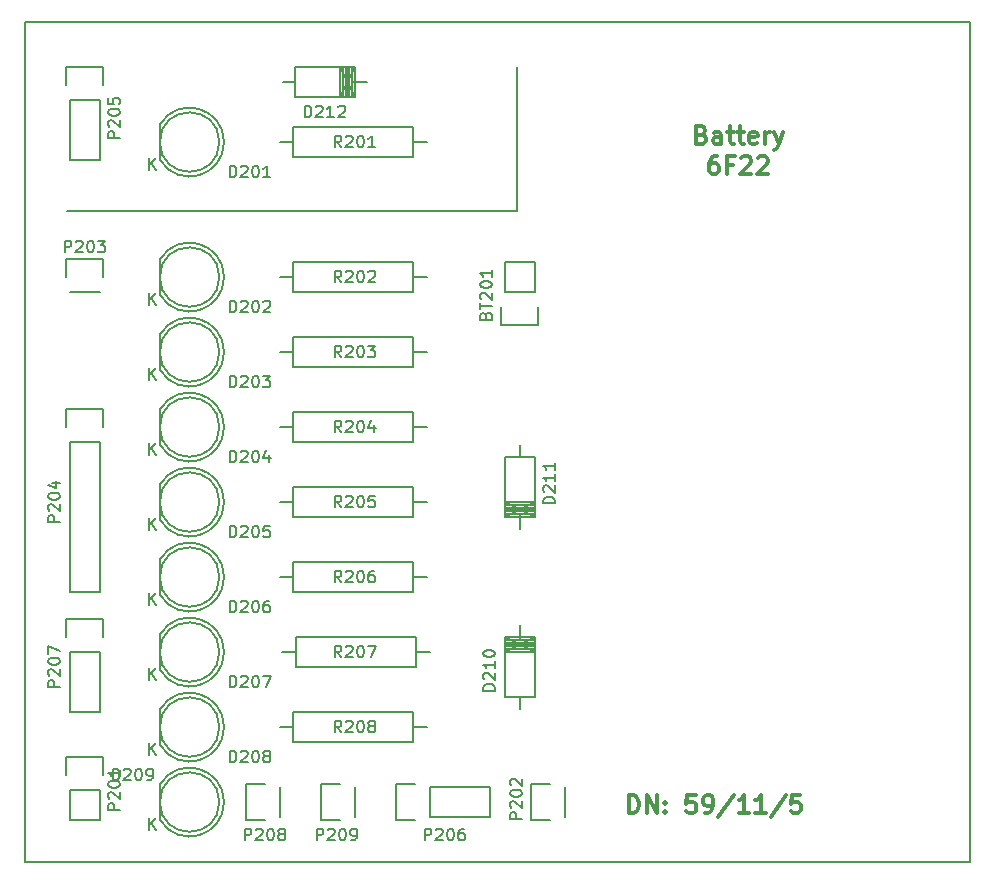
<source format=gbr>
G04 #@! TF.FileFunction,Legend,Top*
%FSLAX46Y46*%
G04 Gerber Fmt 4.6, Leading zero omitted, Abs format (unit mm)*
G04 Created by KiCad (PCBNEW 4.0.5+dfsg1-4) date Mon Oct 26 15:34:40 2020*
%MOMM*%
%LPD*%
G01*
G04 APERTURE LIST*
%ADD10C,0.100000*%
%ADD11C,0.300000*%
%ADD12C,0.200000*%
%ADD13C,0.150000*%
G04 APERTURE END LIST*
D10*
D11*
X156326001Y-125138571D02*
X156326001Y-123638571D01*
X156683144Y-123638571D01*
X156897429Y-123710000D01*
X157040287Y-123852857D01*
X157111715Y-123995714D01*
X157183144Y-124281429D01*
X157183144Y-124495714D01*
X157111715Y-124781429D01*
X157040287Y-124924286D01*
X156897429Y-125067143D01*
X156683144Y-125138571D01*
X156326001Y-125138571D01*
X157826001Y-125138571D02*
X157826001Y-123638571D01*
X158683144Y-125138571D01*
X158683144Y-123638571D01*
X159397430Y-124995714D02*
X159468858Y-125067143D01*
X159397430Y-125138571D01*
X159326001Y-125067143D01*
X159397430Y-124995714D01*
X159397430Y-125138571D01*
X159397430Y-124210000D02*
X159468858Y-124281429D01*
X159397430Y-124352857D01*
X159326001Y-124281429D01*
X159397430Y-124210000D01*
X159397430Y-124352857D01*
X161968859Y-123638571D02*
X161254573Y-123638571D01*
X161183144Y-124352857D01*
X161254573Y-124281429D01*
X161397430Y-124210000D01*
X161754573Y-124210000D01*
X161897430Y-124281429D01*
X161968859Y-124352857D01*
X162040287Y-124495714D01*
X162040287Y-124852857D01*
X161968859Y-124995714D01*
X161897430Y-125067143D01*
X161754573Y-125138571D01*
X161397430Y-125138571D01*
X161254573Y-125067143D01*
X161183144Y-124995714D01*
X162754572Y-125138571D02*
X163040287Y-125138571D01*
X163183144Y-125067143D01*
X163254572Y-124995714D01*
X163397430Y-124781429D01*
X163468858Y-124495714D01*
X163468858Y-123924286D01*
X163397430Y-123781429D01*
X163326001Y-123710000D01*
X163183144Y-123638571D01*
X162897430Y-123638571D01*
X162754572Y-123710000D01*
X162683144Y-123781429D01*
X162611715Y-123924286D01*
X162611715Y-124281429D01*
X162683144Y-124424286D01*
X162754572Y-124495714D01*
X162897430Y-124567143D01*
X163183144Y-124567143D01*
X163326001Y-124495714D01*
X163397430Y-124424286D01*
X163468858Y-124281429D01*
X165183143Y-123567143D02*
X163897429Y-125495714D01*
X166468858Y-125138571D02*
X165611715Y-125138571D01*
X166040287Y-125138571D02*
X166040287Y-123638571D01*
X165897430Y-123852857D01*
X165754572Y-123995714D01*
X165611715Y-124067143D01*
X167897429Y-125138571D02*
X167040286Y-125138571D01*
X167468858Y-125138571D02*
X167468858Y-123638571D01*
X167326001Y-123852857D01*
X167183143Y-123995714D01*
X167040286Y-124067143D01*
X169611714Y-123567143D02*
X168326000Y-125495714D01*
X170826001Y-123638571D02*
X170111715Y-123638571D01*
X170040286Y-124352857D01*
X170111715Y-124281429D01*
X170254572Y-124210000D01*
X170611715Y-124210000D01*
X170754572Y-124281429D01*
X170826001Y-124352857D01*
X170897429Y-124495714D01*
X170897429Y-124852857D01*
X170826001Y-124995714D01*
X170754572Y-125067143D01*
X170611715Y-125138571D01*
X170254572Y-125138571D01*
X170111715Y-125067143D01*
X170040286Y-124995714D01*
X162500858Y-67705857D02*
X162715144Y-67777286D01*
X162786572Y-67848714D01*
X162858001Y-67991571D01*
X162858001Y-68205857D01*
X162786572Y-68348714D01*
X162715144Y-68420143D01*
X162572286Y-68491571D01*
X162000858Y-68491571D01*
X162000858Y-66991571D01*
X162500858Y-66991571D01*
X162643715Y-67063000D01*
X162715144Y-67134429D01*
X162786572Y-67277286D01*
X162786572Y-67420143D01*
X162715144Y-67563000D01*
X162643715Y-67634429D01*
X162500858Y-67705857D01*
X162000858Y-67705857D01*
X164143715Y-68491571D02*
X164143715Y-67705857D01*
X164072286Y-67563000D01*
X163929429Y-67491571D01*
X163643715Y-67491571D01*
X163500858Y-67563000D01*
X164143715Y-68420143D02*
X164000858Y-68491571D01*
X163643715Y-68491571D01*
X163500858Y-68420143D01*
X163429429Y-68277286D01*
X163429429Y-68134429D01*
X163500858Y-67991571D01*
X163643715Y-67920143D01*
X164000858Y-67920143D01*
X164143715Y-67848714D01*
X164643715Y-67491571D02*
X165215144Y-67491571D01*
X164858001Y-66991571D02*
X164858001Y-68277286D01*
X164929429Y-68420143D01*
X165072287Y-68491571D01*
X165215144Y-68491571D01*
X165500858Y-67491571D02*
X166072287Y-67491571D01*
X165715144Y-66991571D02*
X165715144Y-68277286D01*
X165786572Y-68420143D01*
X165929430Y-68491571D01*
X166072287Y-68491571D01*
X167143715Y-68420143D02*
X167000858Y-68491571D01*
X166715144Y-68491571D01*
X166572287Y-68420143D01*
X166500858Y-68277286D01*
X166500858Y-67705857D01*
X166572287Y-67563000D01*
X166715144Y-67491571D01*
X167000858Y-67491571D01*
X167143715Y-67563000D01*
X167215144Y-67705857D01*
X167215144Y-67848714D01*
X166500858Y-67991571D01*
X167858001Y-68491571D02*
X167858001Y-67491571D01*
X167858001Y-67777286D02*
X167929429Y-67634429D01*
X168000858Y-67563000D01*
X168143715Y-67491571D01*
X168286572Y-67491571D01*
X168643715Y-67491571D02*
X169000858Y-68491571D01*
X169358000Y-67491571D02*
X169000858Y-68491571D01*
X168858000Y-68848714D01*
X168786572Y-68920143D01*
X168643715Y-68991571D01*
X163822287Y-69541571D02*
X163536573Y-69541571D01*
X163393716Y-69613000D01*
X163322287Y-69684429D01*
X163179430Y-69898714D01*
X163108001Y-70184429D01*
X163108001Y-70755857D01*
X163179430Y-70898714D01*
X163250858Y-70970143D01*
X163393716Y-71041571D01*
X163679430Y-71041571D01*
X163822287Y-70970143D01*
X163893716Y-70898714D01*
X163965144Y-70755857D01*
X163965144Y-70398714D01*
X163893716Y-70255857D01*
X163822287Y-70184429D01*
X163679430Y-70113000D01*
X163393716Y-70113000D01*
X163250858Y-70184429D01*
X163179430Y-70255857D01*
X163108001Y-70398714D01*
X165108001Y-70255857D02*
X164608001Y-70255857D01*
X164608001Y-71041571D02*
X164608001Y-69541571D01*
X165322287Y-69541571D01*
X165822286Y-69684429D02*
X165893715Y-69613000D01*
X166036572Y-69541571D01*
X166393715Y-69541571D01*
X166536572Y-69613000D01*
X166608001Y-69684429D01*
X166679429Y-69827286D01*
X166679429Y-69970143D01*
X166608001Y-70184429D01*
X165750858Y-71041571D01*
X166679429Y-71041571D01*
X167250857Y-69684429D02*
X167322286Y-69613000D01*
X167465143Y-69541571D01*
X167822286Y-69541571D01*
X167965143Y-69613000D01*
X168036572Y-69684429D01*
X168108000Y-69827286D01*
X168108000Y-69970143D01*
X168036572Y-70184429D01*
X167179429Y-71041571D01*
X168108000Y-71041571D01*
D12*
X146812000Y-74168000D02*
X146812000Y-61976000D01*
X108712000Y-74168000D02*
X146812000Y-74168000D01*
D13*
X185166000Y-129286000D02*
X148336000Y-129286000D01*
X185166000Y-58166000D02*
X185166000Y-129286000D01*
X105156000Y-58166000D02*
X185166000Y-58166000D01*
X105156000Y-63246000D02*
X105156000Y-58166000D01*
X105156000Y-63246000D02*
X105156000Y-129286000D01*
X105156000Y-129286000D02*
X148336000Y-129286000D01*
X105156000Y-124206000D02*
X105156000Y-129286000D01*
X148616000Y-83846000D02*
X148616000Y-82296000D01*
X148336000Y-78486000D02*
X148336000Y-81026000D01*
X148336000Y-81026000D02*
X145796000Y-81026000D01*
X145516000Y-82296000D02*
X145516000Y-83846000D01*
X145516000Y-83846000D02*
X148616000Y-83846000D01*
X145796000Y-81026000D02*
X145796000Y-78486000D01*
X145796000Y-78486000D02*
X148336000Y-78486000D01*
X116641112Y-69850904D02*
G75*
G03X116626000Y-66826000I2484888J1524904D01*
G01*
X116626000Y-69826000D02*
X116626000Y-66826000D01*
X121643936Y-68326000D02*
G75*
G03X121643936Y-68326000I-2517936J0D01*
G01*
X116641112Y-81280904D02*
G75*
G03X116626000Y-78256000I2484888J1524904D01*
G01*
X116626000Y-81256000D02*
X116626000Y-78256000D01*
X121643936Y-79756000D02*
G75*
G03X121643936Y-79756000I-2517936J0D01*
G01*
X116641112Y-87630904D02*
G75*
G03X116626000Y-84606000I2484888J1524904D01*
G01*
X116626000Y-87606000D02*
X116626000Y-84606000D01*
X121643936Y-86106000D02*
G75*
G03X121643936Y-86106000I-2517936J0D01*
G01*
X116641112Y-93980904D02*
G75*
G03X116626000Y-90956000I2484888J1524904D01*
G01*
X116626000Y-93956000D02*
X116626000Y-90956000D01*
X121643936Y-92456000D02*
G75*
G03X121643936Y-92456000I-2517936J0D01*
G01*
X116641112Y-100330904D02*
G75*
G03X116626000Y-97306000I2484888J1524904D01*
G01*
X116626000Y-100306000D02*
X116626000Y-97306000D01*
X121643936Y-98806000D02*
G75*
G03X121643936Y-98806000I-2517936J0D01*
G01*
X116641112Y-106680904D02*
G75*
G03X116626000Y-103656000I2484888J1524904D01*
G01*
X116626000Y-106656000D02*
X116626000Y-103656000D01*
X121643936Y-105156000D02*
G75*
G03X121643936Y-105156000I-2517936J0D01*
G01*
X116641112Y-113030904D02*
G75*
G03X116626000Y-110006000I2484888J1524904D01*
G01*
X116626000Y-113006000D02*
X116626000Y-110006000D01*
X121643936Y-111506000D02*
G75*
G03X121643936Y-111506000I-2517936J0D01*
G01*
X116641112Y-119380904D02*
G75*
G03X116626000Y-116356000I2484888J1524904D01*
G01*
X116626000Y-119356000D02*
X116626000Y-116356000D01*
X121643936Y-117856000D02*
G75*
G03X121643936Y-117856000I-2517936J0D01*
G01*
X116641112Y-125730904D02*
G75*
G03X116626000Y-122706000I2484888J1524904D01*
G01*
X116626000Y-125706000D02*
X116626000Y-122706000D01*
X121643936Y-124206000D02*
G75*
G03X121643936Y-124206000I-2517936J0D01*
G01*
X147068540Y-115316000D02*
X147068540Y-116332000D01*
X147068540Y-110490000D02*
X147068540Y-109220000D01*
X148338540Y-110744000D02*
X145798540Y-110744000D01*
X148338540Y-110998000D02*
X145798540Y-110998000D01*
X148338540Y-111252000D02*
X145798540Y-111252000D01*
X148338540Y-110490000D02*
X145798540Y-110490000D01*
X148338540Y-111506000D02*
X145798540Y-110236000D01*
X148338540Y-110236000D02*
X145798540Y-111506000D01*
X148338540Y-111506000D02*
X145798540Y-111506000D01*
X148338540Y-110871000D02*
X145798540Y-110871000D01*
X145798540Y-110236000D02*
X148338540Y-110236000D01*
X148338540Y-110236000D02*
X148338540Y-115316000D01*
X148338540Y-115316000D02*
X145798540Y-115316000D01*
X145798540Y-115316000D02*
X145798540Y-110236000D01*
X147063460Y-94996000D02*
X147063460Y-93980000D01*
X147063460Y-99822000D02*
X147063460Y-101092000D01*
X145793460Y-99568000D02*
X148333460Y-99568000D01*
X145793460Y-99314000D02*
X148333460Y-99314000D01*
X145793460Y-99060000D02*
X148333460Y-99060000D01*
X145793460Y-99822000D02*
X148333460Y-99822000D01*
X145793460Y-98806000D02*
X148333460Y-100076000D01*
X145793460Y-100076000D02*
X148333460Y-98806000D01*
X145793460Y-98806000D02*
X148333460Y-98806000D01*
X145793460Y-99441000D02*
X148333460Y-99441000D01*
X148333460Y-100076000D02*
X145793460Y-100076000D01*
X145793460Y-100076000D02*
X145793460Y-94996000D01*
X145793460Y-94996000D02*
X148333460Y-94996000D01*
X148333460Y-94996000D02*
X148333460Y-100076000D01*
X128016000Y-63248540D02*
X127000000Y-63248540D01*
X132842000Y-63248540D02*
X134112000Y-63248540D01*
X132588000Y-64518540D02*
X132588000Y-61978540D01*
X132334000Y-64518540D02*
X132334000Y-61978540D01*
X132080000Y-64518540D02*
X132080000Y-61978540D01*
X132842000Y-64518540D02*
X132842000Y-61978540D01*
X131826000Y-64518540D02*
X133096000Y-61978540D01*
X133096000Y-64518540D02*
X131826000Y-61978540D01*
X131826000Y-64518540D02*
X131826000Y-61978540D01*
X132461000Y-64518540D02*
X132461000Y-61978540D01*
X133096000Y-61978540D02*
X133096000Y-64518540D01*
X133096000Y-64518540D02*
X128016000Y-64518540D01*
X128016000Y-64518540D02*
X128016000Y-61978540D01*
X128016000Y-61978540D02*
X133096000Y-61978540D01*
X108686000Y-120370000D02*
X108686000Y-121920000D01*
X108966000Y-125730000D02*
X108966000Y-123190000D01*
X108966000Y-123190000D02*
X111506000Y-123190000D01*
X111786000Y-121920000D02*
X111786000Y-120370000D01*
X111786000Y-120370000D02*
X108686000Y-120370000D01*
X111506000Y-123190000D02*
X111506000Y-125730000D01*
X111506000Y-125730000D02*
X108966000Y-125730000D01*
X150876000Y-125476000D02*
X150876000Y-122936000D01*
X148056000Y-122656000D02*
X149606000Y-122656000D01*
X148056000Y-122656000D02*
X148056000Y-125756000D01*
X148056000Y-125756000D02*
X149606000Y-125756000D01*
X108966000Y-81026000D02*
X111506000Y-81026000D01*
X111786000Y-78206000D02*
X111786000Y-79756000D01*
X111786000Y-78206000D02*
X108686000Y-78206000D01*
X108686000Y-78206000D02*
X108686000Y-79756000D01*
X108966000Y-93726000D02*
X108966000Y-106426000D01*
X108966000Y-106426000D02*
X111506000Y-106426000D01*
X111506000Y-106426000D02*
X111506000Y-93726000D01*
X108686000Y-90906000D02*
X108686000Y-92456000D01*
X108966000Y-93726000D02*
X111506000Y-93726000D01*
X111786000Y-92456000D02*
X111786000Y-90906000D01*
X111786000Y-90906000D02*
X108686000Y-90906000D01*
X138176000Y-122656000D02*
X136626000Y-122656000D01*
X136626000Y-122656000D02*
X136626000Y-125756000D01*
X136626000Y-125756000D02*
X138176000Y-125756000D01*
X139446000Y-122936000D02*
X144526000Y-122936000D01*
X144526000Y-122936000D02*
X144526000Y-125476000D01*
X144526000Y-125476000D02*
X139446000Y-125476000D01*
X139446000Y-125476000D02*
X139446000Y-122936000D01*
X111786000Y-110236000D02*
X111786000Y-108686000D01*
X111786000Y-108686000D02*
X108686000Y-108686000D01*
X108686000Y-108686000D02*
X108686000Y-110236000D01*
X111506000Y-111506000D02*
X111506000Y-116586000D01*
X111506000Y-116586000D02*
X108966000Y-116586000D01*
X108966000Y-116586000D02*
X108966000Y-111506000D01*
X108966000Y-111506000D02*
X111506000Y-111506000D01*
X126746000Y-125476000D02*
X126746000Y-122936000D01*
X123926000Y-122656000D02*
X125476000Y-122656000D01*
X123926000Y-122656000D02*
X123926000Y-125756000D01*
X123926000Y-125756000D02*
X125476000Y-125756000D01*
X133096000Y-125476000D02*
X133096000Y-122936000D01*
X130276000Y-122656000D02*
X131826000Y-122656000D01*
X130276000Y-122656000D02*
X130276000Y-125756000D01*
X130276000Y-125756000D02*
X131826000Y-125756000D01*
X127896000Y-67056000D02*
X127896000Y-69596000D01*
X127896000Y-69596000D02*
X138056000Y-69596000D01*
X138056000Y-69596000D02*
X138056000Y-67056000D01*
X138056000Y-67056000D02*
X127896000Y-67056000D01*
X139206000Y-68326000D02*
X138056000Y-68326000D01*
X126746000Y-68326000D02*
X127896000Y-68326000D01*
X127896000Y-78486000D02*
X127896000Y-81026000D01*
X127896000Y-81026000D02*
X138056000Y-81026000D01*
X138056000Y-81026000D02*
X138056000Y-78486000D01*
X138056000Y-78486000D02*
X127896000Y-78486000D01*
X139206000Y-79756000D02*
X138056000Y-79756000D01*
X126746000Y-79756000D02*
X127896000Y-79756000D01*
X127896000Y-84836000D02*
X127896000Y-87376000D01*
X127896000Y-87376000D02*
X138056000Y-87376000D01*
X138056000Y-87376000D02*
X138056000Y-84836000D01*
X138056000Y-84836000D02*
X127896000Y-84836000D01*
X139206000Y-86106000D02*
X138056000Y-86106000D01*
X126746000Y-86106000D02*
X127896000Y-86106000D01*
X127896000Y-91186000D02*
X127896000Y-93726000D01*
X127896000Y-93726000D02*
X138056000Y-93726000D01*
X138056000Y-93726000D02*
X138056000Y-91186000D01*
X138056000Y-91186000D02*
X127896000Y-91186000D01*
X139206000Y-92456000D02*
X138056000Y-92456000D01*
X126746000Y-92456000D02*
X127896000Y-92456000D01*
X127896000Y-97536000D02*
X127896000Y-100076000D01*
X127896000Y-100076000D02*
X138056000Y-100076000D01*
X138056000Y-100076000D02*
X138056000Y-97536000D01*
X138056000Y-97536000D02*
X127896000Y-97536000D01*
X139206000Y-98806000D02*
X138056000Y-98806000D01*
X126746000Y-98806000D02*
X127896000Y-98806000D01*
X127896000Y-103886000D02*
X127896000Y-106426000D01*
X127896000Y-106426000D02*
X138056000Y-106426000D01*
X138056000Y-106426000D02*
X138056000Y-103886000D01*
X138056000Y-103886000D02*
X127896000Y-103886000D01*
X139206000Y-105156000D02*
X138056000Y-105156000D01*
X126746000Y-105156000D02*
X127896000Y-105156000D01*
X138296000Y-112776000D02*
X138296000Y-110236000D01*
X138296000Y-110236000D02*
X128136000Y-110236000D01*
X128136000Y-110236000D02*
X128136000Y-112776000D01*
X128136000Y-112776000D02*
X138296000Y-112776000D01*
X126986000Y-111506000D02*
X128136000Y-111506000D01*
X139446000Y-111506000D02*
X138296000Y-111506000D01*
X127896000Y-116586000D02*
X127896000Y-119126000D01*
X127896000Y-119126000D02*
X138056000Y-119126000D01*
X138056000Y-119126000D02*
X138056000Y-116586000D01*
X138056000Y-116586000D02*
X127896000Y-116586000D01*
X139206000Y-117856000D02*
X138056000Y-117856000D01*
X126746000Y-117856000D02*
X127896000Y-117856000D01*
X111786000Y-63500000D02*
X111786000Y-61950000D01*
X111786000Y-61950000D02*
X108686000Y-61950000D01*
X108686000Y-61950000D02*
X108686000Y-63500000D01*
X111506000Y-64770000D02*
X111506000Y-69850000D01*
X111506000Y-69850000D02*
X108966000Y-69850000D01*
X108966000Y-69850000D02*
X108966000Y-64770000D01*
X108966000Y-64770000D02*
X111506000Y-64770000D01*
X144200571Y-83018095D02*
X144248190Y-82875238D01*
X144295810Y-82827619D01*
X144391048Y-82780000D01*
X144533905Y-82780000D01*
X144629143Y-82827619D01*
X144676762Y-82875238D01*
X144724381Y-82970476D01*
X144724381Y-83351429D01*
X143724381Y-83351429D01*
X143724381Y-83018095D01*
X143772000Y-82922857D01*
X143819619Y-82875238D01*
X143914857Y-82827619D01*
X144010095Y-82827619D01*
X144105333Y-82875238D01*
X144152952Y-82922857D01*
X144200571Y-83018095D01*
X144200571Y-83351429D01*
X143724381Y-82494286D02*
X143724381Y-81922857D01*
X144724381Y-82208572D02*
X143724381Y-82208572D01*
X143819619Y-81637143D02*
X143772000Y-81589524D01*
X143724381Y-81494286D01*
X143724381Y-81256190D01*
X143772000Y-81160952D01*
X143819619Y-81113333D01*
X143914857Y-81065714D01*
X144010095Y-81065714D01*
X144152952Y-81113333D01*
X144724381Y-81684762D01*
X144724381Y-81065714D01*
X143724381Y-80446667D02*
X143724381Y-80351428D01*
X143772000Y-80256190D01*
X143819619Y-80208571D01*
X143914857Y-80160952D01*
X144105333Y-80113333D01*
X144343429Y-80113333D01*
X144533905Y-80160952D01*
X144629143Y-80208571D01*
X144676762Y-80256190D01*
X144724381Y-80351428D01*
X144724381Y-80446667D01*
X144676762Y-80541905D01*
X144629143Y-80589524D01*
X144533905Y-80637143D01*
X144343429Y-80684762D01*
X144105333Y-80684762D01*
X143914857Y-80637143D01*
X143819619Y-80589524D01*
X143772000Y-80541905D01*
X143724381Y-80446667D01*
X144724381Y-79160952D02*
X144724381Y-79732381D01*
X144724381Y-79446667D02*
X143724381Y-79446667D01*
X143867238Y-79541905D01*
X143962476Y-79637143D01*
X144010095Y-79732381D01*
X122515524Y-71318381D02*
X122515524Y-70318381D01*
X122753619Y-70318381D01*
X122896477Y-70366000D01*
X122991715Y-70461238D01*
X123039334Y-70556476D01*
X123086953Y-70746952D01*
X123086953Y-70889810D01*
X123039334Y-71080286D01*
X122991715Y-71175524D01*
X122896477Y-71270762D01*
X122753619Y-71318381D01*
X122515524Y-71318381D01*
X123467905Y-70413619D02*
X123515524Y-70366000D01*
X123610762Y-70318381D01*
X123848858Y-70318381D01*
X123944096Y-70366000D01*
X123991715Y-70413619D01*
X124039334Y-70508857D01*
X124039334Y-70604095D01*
X123991715Y-70746952D01*
X123420286Y-71318381D01*
X124039334Y-71318381D01*
X124658381Y-70318381D02*
X124753620Y-70318381D01*
X124848858Y-70366000D01*
X124896477Y-70413619D01*
X124944096Y-70508857D01*
X124991715Y-70699333D01*
X124991715Y-70937429D01*
X124944096Y-71127905D01*
X124896477Y-71223143D01*
X124848858Y-71270762D01*
X124753620Y-71318381D01*
X124658381Y-71318381D01*
X124563143Y-71270762D01*
X124515524Y-71223143D01*
X124467905Y-71127905D01*
X124420286Y-70937429D01*
X124420286Y-70699333D01*
X124467905Y-70508857D01*
X124515524Y-70413619D01*
X124563143Y-70366000D01*
X124658381Y-70318381D01*
X125944096Y-71318381D02*
X125372667Y-71318381D01*
X125658381Y-71318381D02*
X125658381Y-70318381D01*
X125563143Y-70461238D01*
X125467905Y-70556476D01*
X125372667Y-70604095D01*
X115689095Y-70683381D02*
X115689095Y-69683381D01*
X116260524Y-70683381D02*
X115831952Y-70111952D01*
X116260524Y-69683381D02*
X115689095Y-70254810D01*
X122515524Y-82748381D02*
X122515524Y-81748381D01*
X122753619Y-81748381D01*
X122896477Y-81796000D01*
X122991715Y-81891238D01*
X123039334Y-81986476D01*
X123086953Y-82176952D01*
X123086953Y-82319810D01*
X123039334Y-82510286D01*
X122991715Y-82605524D01*
X122896477Y-82700762D01*
X122753619Y-82748381D01*
X122515524Y-82748381D01*
X123467905Y-81843619D02*
X123515524Y-81796000D01*
X123610762Y-81748381D01*
X123848858Y-81748381D01*
X123944096Y-81796000D01*
X123991715Y-81843619D01*
X124039334Y-81938857D01*
X124039334Y-82034095D01*
X123991715Y-82176952D01*
X123420286Y-82748381D01*
X124039334Y-82748381D01*
X124658381Y-81748381D02*
X124753620Y-81748381D01*
X124848858Y-81796000D01*
X124896477Y-81843619D01*
X124944096Y-81938857D01*
X124991715Y-82129333D01*
X124991715Y-82367429D01*
X124944096Y-82557905D01*
X124896477Y-82653143D01*
X124848858Y-82700762D01*
X124753620Y-82748381D01*
X124658381Y-82748381D01*
X124563143Y-82700762D01*
X124515524Y-82653143D01*
X124467905Y-82557905D01*
X124420286Y-82367429D01*
X124420286Y-82129333D01*
X124467905Y-81938857D01*
X124515524Y-81843619D01*
X124563143Y-81796000D01*
X124658381Y-81748381D01*
X125372667Y-81843619D02*
X125420286Y-81796000D01*
X125515524Y-81748381D01*
X125753620Y-81748381D01*
X125848858Y-81796000D01*
X125896477Y-81843619D01*
X125944096Y-81938857D01*
X125944096Y-82034095D01*
X125896477Y-82176952D01*
X125325048Y-82748381D01*
X125944096Y-82748381D01*
X115689095Y-82113381D02*
X115689095Y-81113381D01*
X116260524Y-82113381D02*
X115831952Y-81541952D01*
X116260524Y-81113381D02*
X115689095Y-81684810D01*
X122515524Y-89098381D02*
X122515524Y-88098381D01*
X122753619Y-88098381D01*
X122896477Y-88146000D01*
X122991715Y-88241238D01*
X123039334Y-88336476D01*
X123086953Y-88526952D01*
X123086953Y-88669810D01*
X123039334Y-88860286D01*
X122991715Y-88955524D01*
X122896477Y-89050762D01*
X122753619Y-89098381D01*
X122515524Y-89098381D01*
X123467905Y-88193619D02*
X123515524Y-88146000D01*
X123610762Y-88098381D01*
X123848858Y-88098381D01*
X123944096Y-88146000D01*
X123991715Y-88193619D01*
X124039334Y-88288857D01*
X124039334Y-88384095D01*
X123991715Y-88526952D01*
X123420286Y-89098381D01*
X124039334Y-89098381D01*
X124658381Y-88098381D02*
X124753620Y-88098381D01*
X124848858Y-88146000D01*
X124896477Y-88193619D01*
X124944096Y-88288857D01*
X124991715Y-88479333D01*
X124991715Y-88717429D01*
X124944096Y-88907905D01*
X124896477Y-89003143D01*
X124848858Y-89050762D01*
X124753620Y-89098381D01*
X124658381Y-89098381D01*
X124563143Y-89050762D01*
X124515524Y-89003143D01*
X124467905Y-88907905D01*
X124420286Y-88717429D01*
X124420286Y-88479333D01*
X124467905Y-88288857D01*
X124515524Y-88193619D01*
X124563143Y-88146000D01*
X124658381Y-88098381D01*
X125325048Y-88098381D02*
X125944096Y-88098381D01*
X125610762Y-88479333D01*
X125753620Y-88479333D01*
X125848858Y-88526952D01*
X125896477Y-88574571D01*
X125944096Y-88669810D01*
X125944096Y-88907905D01*
X125896477Y-89003143D01*
X125848858Y-89050762D01*
X125753620Y-89098381D01*
X125467905Y-89098381D01*
X125372667Y-89050762D01*
X125325048Y-89003143D01*
X115689095Y-88463381D02*
X115689095Y-87463381D01*
X116260524Y-88463381D02*
X115831952Y-87891952D01*
X116260524Y-87463381D02*
X115689095Y-88034810D01*
X122515524Y-95448381D02*
X122515524Y-94448381D01*
X122753619Y-94448381D01*
X122896477Y-94496000D01*
X122991715Y-94591238D01*
X123039334Y-94686476D01*
X123086953Y-94876952D01*
X123086953Y-95019810D01*
X123039334Y-95210286D01*
X122991715Y-95305524D01*
X122896477Y-95400762D01*
X122753619Y-95448381D01*
X122515524Y-95448381D01*
X123467905Y-94543619D02*
X123515524Y-94496000D01*
X123610762Y-94448381D01*
X123848858Y-94448381D01*
X123944096Y-94496000D01*
X123991715Y-94543619D01*
X124039334Y-94638857D01*
X124039334Y-94734095D01*
X123991715Y-94876952D01*
X123420286Y-95448381D01*
X124039334Y-95448381D01*
X124658381Y-94448381D02*
X124753620Y-94448381D01*
X124848858Y-94496000D01*
X124896477Y-94543619D01*
X124944096Y-94638857D01*
X124991715Y-94829333D01*
X124991715Y-95067429D01*
X124944096Y-95257905D01*
X124896477Y-95353143D01*
X124848858Y-95400762D01*
X124753620Y-95448381D01*
X124658381Y-95448381D01*
X124563143Y-95400762D01*
X124515524Y-95353143D01*
X124467905Y-95257905D01*
X124420286Y-95067429D01*
X124420286Y-94829333D01*
X124467905Y-94638857D01*
X124515524Y-94543619D01*
X124563143Y-94496000D01*
X124658381Y-94448381D01*
X125848858Y-94781714D02*
X125848858Y-95448381D01*
X125610762Y-94400762D02*
X125372667Y-95115048D01*
X125991715Y-95115048D01*
X115689095Y-94813381D02*
X115689095Y-93813381D01*
X116260524Y-94813381D02*
X115831952Y-94241952D01*
X116260524Y-93813381D02*
X115689095Y-94384810D01*
X122515524Y-101798381D02*
X122515524Y-100798381D01*
X122753619Y-100798381D01*
X122896477Y-100846000D01*
X122991715Y-100941238D01*
X123039334Y-101036476D01*
X123086953Y-101226952D01*
X123086953Y-101369810D01*
X123039334Y-101560286D01*
X122991715Y-101655524D01*
X122896477Y-101750762D01*
X122753619Y-101798381D01*
X122515524Y-101798381D01*
X123467905Y-100893619D02*
X123515524Y-100846000D01*
X123610762Y-100798381D01*
X123848858Y-100798381D01*
X123944096Y-100846000D01*
X123991715Y-100893619D01*
X124039334Y-100988857D01*
X124039334Y-101084095D01*
X123991715Y-101226952D01*
X123420286Y-101798381D01*
X124039334Y-101798381D01*
X124658381Y-100798381D02*
X124753620Y-100798381D01*
X124848858Y-100846000D01*
X124896477Y-100893619D01*
X124944096Y-100988857D01*
X124991715Y-101179333D01*
X124991715Y-101417429D01*
X124944096Y-101607905D01*
X124896477Y-101703143D01*
X124848858Y-101750762D01*
X124753620Y-101798381D01*
X124658381Y-101798381D01*
X124563143Y-101750762D01*
X124515524Y-101703143D01*
X124467905Y-101607905D01*
X124420286Y-101417429D01*
X124420286Y-101179333D01*
X124467905Y-100988857D01*
X124515524Y-100893619D01*
X124563143Y-100846000D01*
X124658381Y-100798381D01*
X125896477Y-100798381D02*
X125420286Y-100798381D01*
X125372667Y-101274571D01*
X125420286Y-101226952D01*
X125515524Y-101179333D01*
X125753620Y-101179333D01*
X125848858Y-101226952D01*
X125896477Y-101274571D01*
X125944096Y-101369810D01*
X125944096Y-101607905D01*
X125896477Y-101703143D01*
X125848858Y-101750762D01*
X125753620Y-101798381D01*
X125515524Y-101798381D01*
X125420286Y-101750762D01*
X125372667Y-101703143D01*
X115689095Y-101163381D02*
X115689095Y-100163381D01*
X116260524Y-101163381D02*
X115831952Y-100591952D01*
X116260524Y-100163381D02*
X115689095Y-100734810D01*
X122515524Y-108148381D02*
X122515524Y-107148381D01*
X122753619Y-107148381D01*
X122896477Y-107196000D01*
X122991715Y-107291238D01*
X123039334Y-107386476D01*
X123086953Y-107576952D01*
X123086953Y-107719810D01*
X123039334Y-107910286D01*
X122991715Y-108005524D01*
X122896477Y-108100762D01*
X122753619Y-108148381D01*
X122515524Y-108148381D01*
X123467905Y-107243619D02*
X123515524Y-107196000D01*
X123610762Y-107148381D01*
X123848858Y-107148381D01*
X123944096Y-107196000D01*
X123991715Y-107243619D01*
X124039334Y-107338857D01*
X124039334Y-107434095D01*
X123991715Y-107576952D01*
X123420286Y-108148381D01*
X124039334Y-108148381D01*
X124658381Y-107148381D02*
X124753620Y-107148381D01*
X124848858Y-107196000D01*
X124896477Y-107243619D01*
X124944096Y-107338857D01*
X124991715Y-107529333D01*
X124991715Y-107767429D01*
X124944096Y-107957905D01*
X124896477Y-108053143D01*
X124848858Y-108100762D01*
X124753620Y-108148381D01*
X124658381Y-108148381D01*
X124563143Y-108100762D01*
X124515524Y-108053143D01*
X124467905Y-107957905D01*
X124420286Y-107767429D01*
X124420286Y-107529333D01*
X124467905Y-107338857D01*
X124515524Y-107243619D01*
X124563143Y-107196000D01*
X124658381Y-107148381D01*
X125848858Y-107148381D02*
X125658381Y-107148381D01*
X125563143Y-107196000D01*
X125515524Y-107243619D01*
X125420286Y-107386476D01*
X125372667Y-107576952D01*
X125372667Y-107957905D01*
X125420286Y-108053143D01*
X125467905Y-108100762D01*
X125563143Y-108148381D01*
X125753620Y-108148381D01*
X125848858Y-108100762D01*
X125896477Y-108053143D01*
X125944096Y-107957905D01*
X125944096Y-107719810D01*
X125896477Y-107624571D01*
X125848858Y-107576952D01*
X125753620Y-107529333D01*
X125563143Y-107529333D01*
X125467905Y-107576952D01*
X125420286Y-107624571D01*
X125372667Y-107719810D01*
X115689095Y-107513381D02*
X115689095Y-106513381D01*
X116260524Y-107513381D02*
X115831952Y-106941952D01*
X116260524Y-106513381D02*
X115689095Y-107084810D01*
X122515524Y-114498381D02*
X122515524Y-113498381D01*
X122753619Y-113498381D01*
X122896477Y-113546000D01*
X122991715Y-113641238D01*
X123039334Y-113736476D01*
X123086953Y-113926952D01*
X123086953Y-114069810D01*
X123039334Y-114260286D01*
X122991715Y-114355524D01*
X122896477Y-114450762D01*
X122753619Y-114498381D01*
X122515524Y-114498381D01*
X123467905Y-113593619D02*
X123515524Y-113546000D01*
X123610762Y-113498381D01*
X123848858Y-113498381D01*
X123944096Y-113546000D01*
X123991715Y-113593619D01*
X124039334Y-113688857D01*
X124039334Y-113784095D01*
X123991715Y-113926952D01*
X123420286Y-114498381D01*
X124039334Y-114498381D01*
X124658381Y-113498381D02*
X124753620Y-113498381D01*
X124848858Y-113546000D01*
X124896477Y-113593619D01*
X124944096Y-113688857D01*
X124991715Y-113879333D01*
X124991715Y-114117429D01*
X124944096Y-114307905D01*
X124896477Y-114403143D01*
X124848858Y-114450762D01*
X124753620Y-114498381D01*
X124658381Y-114498381D01*
X124563143Y-114450762D01*
X124515524Y-114403143D01*
X124467905Y-114307905D01*
X124420286Y-114117429D01*
X124420286Y-113879333D01*
X124467905Y-113688857D01*
X124515524Y-113593619D01*
X124563143Y-113546000D01*
X124658381Y-113498381D01*
X125325048Y-113498381D02*
X125991715Y-113498381D01*
X125563143Y-114498381D01*
X115689095Y-113863381D02*
X115689095Y-112863381D01*
X116260524Y-113863381D02*
X115831952Y-113291952D01*
X116260524Y-112863381D02*
X115689095Y-113434810D01*
X122515524Y-120848381D02*
X122515524Y-119848381D01*
X122753619Y-119848381D01*
X122896477Y-119896000D01*
X122991715Y-119991238D01*
X123039334Y-120086476D01*
X123086953Y-120276952D01*
X123086953Y-120419810D01*
X123039334Y-120610286D01*
X122991715Y-120705524D01*
X122896477Y-120800762D01*
X122753619Y-120848381D01*
X122515524Y-120848381D01*
X123467905Y-119943619D02*
X123515524Y-119896000D01*
X123610762Y-119848381D01*
X123848858Y-119848381D01*
X123944096Y-119896000D01*
X123991715Y-119943619D01*
X124039334Y-120038857D01*
X124039334Y-120134095D01*
X123991715Y-120276952D01*
X123420286Y-120848381D01*
X124039334Y-120848381D01*
X124658381Y-119848381D02*
X124753620Y-119848381D01*
X124848858Y-119896000D01*
X124896477Y-119943619D01*
X124944096Y-120038857D01*
X124991715Y-120229333D01*
X124991715Y-120467429D01*
X124944096Y-120657905D01*
X124896477Y-120753143D01*
X124848858Y-120800762D01*
X124753620Y-120848381D01*
X124658381Y-120848381D01*
X124563143Y-120800762D01*
X124515524Y-120753143D01*
X124467905Y-120657905D01*
X124420286Y-120467429D01*
X124420286Y-120229333D01*
X124467905Y-120038857D01*
X124515524Y-119943619D01*
X124563143Y-119896000D01*
X124658381Y-119848381D01*
X125563143Y-120276952D02*
X125467905Y-120229333D01*
X125420286Y-120181714D01*
X125372667Y-120086476D01*
X125372667Y-120038857D01*
X125420286Y-119943619D01*
X125467905Y-119896000D01*
X125563143Y-119848381D01*
X125753620Y-119848381D01*
X125848858Y-119896000D01*
X125896477Y-119943619D01*
X125944096Y-120038857D01*
X125944096Y-120086476D01*
X125896477Y-120181714D01*
X125848858Y-120229333D01*
X125753620Y-120276952D01*
X125563143Y-120276952D01*
X125467905Y-120324571D01*
X125420286Y-120372190D01*
X125372667Y-120467429D01*
X125372667Y-120657905D01*
X125420286Y-120753143D01*
X125467905Y-120800762D01*
X125563143Y-120848381D01*
X125753620Y-120848381D01*
X125848858Y-120800762D01*
X125896477Y-120753143D01*
X125944096Y-120657905D01*
X125944096Y-120467429D01*
X125896477Y-120372190D01*
X125848858Y-120324571D01*
X125753620Y-120276952D01*
X115689095Y-120213381D02*
X115689095Y-119213381D01*
X116260524Y-120213381D02*
X115831952Y-119641952D01*
X116260524Y-119213381D02*
X115689095Y-119784810D01*
X112609524Y-122372381D02*
X112609524Y-121372381D01*
X112847619Y-121372381D01*
X112990477Y-121420000D01*
X113085715Y-121515238D01*
X113133334Y-121610476D01*
X113180953Y-121800952D01*
X113180953Y-121943810D01*
X113133334Y-122134286D01*
X113085715Y-122229524D01*
X112990477Y-122324762D01*
X112847619Y-122372381D01*
X112609524Y-122372381D01*
X113561905Y-121467619D02*
X113609524Y-121420000D01*
X113704762Y-121372381D01*
X113942858Y-121372381D01*
X114038096Y-121420000D01*
X114085715Y-121467619D01*
X114133334Y-121562857D01*
X114133334Y-121658095D01*
X114085715Y-121800952D01*
X113514286Y-122372381D01*
X114133334Y-122372381D01*
X114752381Y-121372381D02*
X114847620Y-121372381D01*
X114942858Y-121420000D01*
X114990477Y-121467619D01*
X115038096Y-121562857D01*
X115085715Y-121753333D01*
X115085715Y-121991429D01*
X115038096Y-122181905D01*
X114990477Y-122277143D01*
X114942858Y-122324762D01*
X114847620Y-122372381D01*
X114752381Y-122372381D01*
X114657143Y-122324762D01*
X114609524Y-122277143D01*
X114561905Y-122181905D01*
X114514286Y-121991429D01*
X114514286Y-121753333D01*
X114561905Y-121562857D01*
X114609524Y-121467619D01*
X114657143Y-121420000D01*
X114752381Y-121372381D01*
X115561905Y-122372381D02*
X115752381Y-122372381D01*
X115847620Y-122324762D01*
X115895239Y-122277143D01*
X115990477Y-122134286D01*
X116038096Y-121943810D01*
X116038096Y-121562857D01*
X115990477Y-121467619D01*
X115942858Y-121420000D01*
X115847620Y-121372381D01*
X115657143Y-121372381D01*
X115561905Y-121420000D01*
X115514286Y-121467619D01*
X115466667Y-121562857D01*
X115466667Y-121800952D01*
X115514286Y-121896190D01*
X115561905Y-121943810D01*
X115657143Y-121991429D01*
X115847620Y-121991429D01*
X115942858Y-121943810D01*
X115990477Y-121896190D01*
X116038096Y-121800952D01*
X115689095Y-126563381D02*
X115689095Y-125563381D01*
X116260524Y-126563381D02*
X115831952Y-125991952D01*
X116260524Y-125563381D02*
X115689095Y-126134810D01*
X144980921Y-114773816D02*
X143980921Y-114773816D01*
X143980921Y-114535721D01*
X144028540Y-114392863D01*
X144123778Y-114297625D01*
X144219016Y-114250006D01*
X144409492Y-114202387D01*
X144552350Y-114202387D01*
X144742826Y-114250006D01*
X144838064Y-114297625D01*
X144933302Y-114392863D01*
X144980921Y-114535721D01*
X144980921Y-114773816D01*
X144076159Y-113821435D02*
X144028540Y-113773816D01*
X143980921Y-113678578D01*
X143980921Y-113440482D01*
X144028540Y-113345244D01*
X144076159Y-113297625D01*
X144171397Y-113250006D01*
X144266635Y-113250006D01*
X144409492Y-113297625D01*
X144980921Y-113869054D01*
X144980921Y-113250006D01*
X144980921Y-112297625D02*
X144980921Y-112869054D01*
X144980921Y-112583340D02*
X143980921Y-112583340D01*
X144123778Y-112678578D01*
X144219016Y-112773816D01*
X144266635Y-112869054D01*
X143980921Y-111678578D02*
X143980921Y-111583339D01*
X144028540Y-111488101D01*
X144076159Y-111440482D01*
X144171397Y-111392863D01*
X144361873Y-111345244D01*
X144599969Y-111345244D01*
X144790445Y-111392863D01*
X144885683Y-111440482D01*
X144933302Y-111488101D01*
X144980921Y-111583339D01*
X144980921Y-111678578D01*
X144933302Y-111773816D01*
X144885683Y-111821435D01*
X144790445Y-111869054D01*
X144599969Y-111916673D01*
X144361873Y-111916673D01*
X144171397Y-111869054D01*
X144076159Y-111821435D01*
X144028540Y-111773816D01*
X143980921Y-111678578D01*
X150055841Y-98919136D02*
X149055841Y-98919136D01*
X149055841Y-98681041D01*
X149103460Y-98538183D01*
X149198698Y-98442945D01*
X149293936Y-98395326D01*
X149484412Y-98347707D01*
X149627270Y-98347707D01*
X149817746Y-98395326D01*
X149912984Y-98442945D01*
X150008222Y-98538183D01*
X150055841Y-98681041D01*
X150055841Y-98919136D01*
X149151079Y-97966755D02*
X149103460Y-97919136D01*
X149055841Y-97823898D01*
X149055841Y-97585802D01*
X149103460Y-97490564D01*
X149151079Y-97442945D01*
X149246317Y-97395326D01*
X149341555Y-97395326D01*
X149484412Y-97442945D01*
X150055841Y-98014374D01*
X150055841Y-97395326D01*
X150055841Y-96442945D02*
X150055841Y-97014374D01*
X150055841Y-96728660D02*
X149055841Y-96728660D01*
X149198698Y-96823898D01*
X149293936Y-96919136D01*
X149341555Y-97014374D01*
X150055841Y-95490564D02*
X150055841Y-96061993D01*
X150055841Y-95776279D02*
X149055841Y-95776279D01*
X149198698Y-95871517D01*
X149293936Y-95966755D01*
X149341555Y-96061993D01*
X128865524Y-66238381D02*
X128865524Y-65238381D01*
X129103619Y-65238381D01*
X129246477Y-65286000D01*
X129341715Y-65381238D01*
X129389334Y-65476476D01*
X129436953Y-65666952D01*
X129436953Y-65809810D01*
X129389334Y-66000286D01*
X129341715Y-66095524D01*
X129246477Y-66190762D01*
X129103619Y-66238381D01*
X128865524Y-66238381D01*
X129817905Y-65333619D02*
X129865524Y-65286000D01*
X129960762Y-65238381D01*
X130198858Y-65238381D01*
X130294096Y-65286000D01*
X130341715Y-65333619D01*
X130389334Y-65428857D01*
X130389334Y-65524095D01*
X130341715Y-65666952D01*
X129770286Y-66238381D01*
X130389334Y-66238381D01*
X131341715Y-66238381D02*
X130770286Y-66238381D01*
X131056000Y-66238381D02*
X131056000Y-65238381D01*
X130960762Y-65381238D01*
X130865524Y-65476476D01*
X130770286Y-65524095D01*
X131722667Y-65333619D02*
X131770286Y-65286000D01*
X131865524Y-65238381D01*
X132103620Y-65238381D01*
X132198858Y-65286000D01*
X132246477Y-65333619D01*
X132294096Y-65428857D01*
X132294096Y-65524095D01*
X132246477Y-65666952D01*
X131675048Y-66238381D01*
X132294096Y-66238381D01*
X113228381Y-124880476D02*
X112228381Y-124880476D01*
X112228381Y-124499523D01*
X112276000Y-124404285D01*
X112323619Y-124356666D01*
X112418857Y-124309047D01*
X112561714Y-124309047D01*
X112656952Y-124356666D01*
X112704571Y-124404285D01*
X112752190Y-124499523D01*
X112752190Y-124880476D01*
X112323619Y-123928095D02*
X112276000Y-123880476D01*
X112228381Y-123785238D01*
X112228381Y-123547142D01*
X112276000Y-123451904D01*
X112323619Y-123404285D01*
X112418857Y-123356666D01*
X112514095Y-123356666D01*
X112656952Y-123404285D01*
X113228381Y-123975714D01*
X113228381Y-123356666D01*
X112228381Y-122737619D02*
X112228381Y-122642380D01*
X112276000Y-122547142D01*
X112323619Y-122499523D01*
X112418857Y-122451904D01*
X112609333Y-122404285D01*
X112847429Y-122404285D01*
X113037905Y-122451904D01*
X113133143Y-122499523D01*
X113180762Y-122547142D01*
X113228381Y-122642380D01*
X113228381Y-122737619D01*
X113180762Y-122832857D01*
X113133143Y-122880476D01*
X113037905Y-122928095D01*
X112847429Y-122975714D01*
X112609333Y-122975714D01*
X112418857Y-122928095D01*
X112323619Y-122880476D01*
X112276000Y-122832857D01*
X112228381Y-122737619D01*
X113228381Y-121451904D02*
X113228381Y-122023333D01*
X113228381Y-121737619D02*
X112228381Y-121737619D01*
X112371238Y-121832857D01*
X112466476Y-121928095D01*
X112514095Y-122023333D01*
X147264381Y-125642476D02*
X146264381Y-125642476D01*
X146264381Y-125261523D01*
X146312000Y-125166285D01*
X146359619Y-125118666D01*
X146454857Y-125071047D01*
X146597714Y-125071047D01*
X146692952Y-125118666D01*
X146740571Y-125166285D01*
X146788190Y-125261523D01*
X146788190Y-125642476D01*
X146359619Y-124690095D02*
X146312000Y-124642476D01*
X146264381Y-124547238D01*
X146264381Y-124309142D01*
X146312000Y-124213904D01*
X146359619Y-124166285D01*
X146454857Y-124118666D01*
X146550095Y-124118666D01*
X146692952Y-124166285D01*
X147264381Y-124737714D01*
X147264381Y-124118666D01*
X146264381Y-123499619D02*
X146264381Y-123404380D01*
X146312000Y-123309142D01*
X146359619Y-123261523D01*
X146454857Y-123213904D01*
X146645333Y-123166285D01*
X146883429Y-123166285D01*
X147073905Y-123213904D01*
X147169143Y-123261523D01*
X147216762Y-123309142D01*
X147264381Y-123404380D01*
X147264381Y-123499619D01*
X147216762Y-123594857D01*
X147169143Y-123642476D01*
X147073905Y-123690095D01*
X146883429Y-123737714D01*
X146645333Y-123737714D01*
X146454857Y-123690095D01*
X146359619Y-123642476D01*
X146312000Y-123594857D01*
X146264381Y-123499619D01*
X146359619Y-122785333D02*
X146312000Y-122737714D01*
X146264381Y-122642476D01*
X146264381Y-122404380D01*
X146312000Y-122309142D01*
X146359619Y-122261523D01*
X146454857Y-122213904D01*
X146550095Y-122213904D01*
X146692952Y-122261523D01*
X147264381Y-122832952D01*
X147264381Y-122213904D01*
X108545524Y-77668381D02*
X108545524Y-76668381D01*
X108926477Y-76668381D01*
X109021715Y-76716000D01*
X109069334Y-76763619D01*
X109116953Y-76858857D01*
X109116953Y-77001714D01*
X109069334Y-77096952D01*
X109021715Y-77144571D01*
X108926477Y-77192190D01*
X108545524Y-77192190D01*
X109497905Y-76763619D02*
X109545524Y-76716000D01*
X109640762Y-76668381D01*
X109878858Y-76668381D01*
X109974096Y-76716000D01*
X110021715Y-76763619D01*
X110069334Y-76858857D01*
X110069334Y-76954095D01*
X110021715Y-77096952D01*
X109450286Y-77668381D01*
X110069334Y-77668381D01*
X110688381Y-76668381D02*
X110783620Y-76668381D01*
X110878858Y-76716000D01*
X110926477Y-76763619D01*
X110974096Y-76858857D01*
X111021715Y-77049333D01*
X111021715Y-77287429D01*
X110974096Y-77477905D01*
X110926477Y-77573143D01*
X110878858Y-77620762D01*
X110783620Y-77668381D01*
X110688381Y-77668381D01*
X110593143Y-77620762D01*
X110545524Y-77573143D01*
X110497905Y-77477905D01*
X110450286Y-77287429D01*
X110450286Y-77049333D01*
X110497905Y-76858857D01*
X110545524Y-76763619D01*
X110593143Y-76716000D01*
X110688381Y-76668381D01*
X111355048Y-76668381D02*
X111974096Y-76668381D01*
X111640762Y-77049333D01*
X111783620Y-77049333D01*
X111878858Y-77096952D01*
X111926477Y-77144571D01*
X111974096Y-77239810D01*
X111974096Y-77477905D01*
X111926477Y-77573143D01*
X111878858Y-77620762D01*
X111783620Y-77668381D01*
X111497905Y-77668381D01*
X111402667Y-77620762D01*
X111355048Y-77573143D01*
X108148381Y-100496476D02*
X107148381Y-100496476D01*
X107148381Y-100115523D01*
X107196000Y-100020285D01*
X107243619Y-99972666D01*
X107338857Y-99925047D01*
X107481714Y-99925047D01*
X107576952Y-99972666D01*
X107624571Y-100020285D01*
X107672190Y-100115523D01*
X107672190Y-100496476D01*
X107243619Y-99544095D02*
X107196000Y-99496476D01*
X107148381Y-99401238D01*
X107148381Y-99163142D01*
X107196000Y-99067904D01*
X107243619Y-99020285D01*
X107338857Y-98972666D01*
X107434095Y-98972666D01*
X107576952Y-99020285D01*
X108148381Y-99591714D01*
X108148381Y-98972666D01*
X107148381Y-98353619D02*
X107148381Y-98258380D01*
X107196000Y-98163142D01*
X107243619Y-98115523D01*
X107338857Y-98067904D01*
X107529333Y-98020285D01*
X107767429Y-98020285D01*
X107957905Y-98067904D01*
X108053143Y-98115523D01*
X108100762Y-98163142D01*
X108148381Y-98258380D01*
X108148381Y-98353619D01*
X108100762Y-98448857D01*
X108053143Y-98496476D01*
X107957905Y-98544095D01*
X107767429Y-98591714D01*
X107529333Y-98591714D01*
X107338857Y-98544095D01*
X107243619Y-98496476D01*
X107196000Y-98448857D01*
X107148381Y-98353619D01*
X107481714Y-97163142D02*
X108148381Y-97163142D01*
X107100762Y-97401238D02*
X107815048Y-97639333D01*
X107815048Y-97020285D01*
X139025524Y-127452381D02*
X139025524Y-126452381D01*
X139406477Y-126452381D01*
X139501715Y-126500000D01*
X139549334Y-126547619D01*
X139596953Y-126642857D01*
X139596953Y-126785714D01*
X139549334Y-126880952D01*
X139501715Y-126928571D01*
X139406477Y-126976190D01*
X139025524Y-126976190D01*
X139977905Y-126547619D02*
X140025524Y-126500000D01*
X140120762Y-126452381D01*
X140358858Y-126452381D01*
X140454096Y-126500000D01*
X140501715Y-126547619D01*
X140549334Y-126642857D01*
X140549334Y-126738095D01*
X140501715Y-126880952D01*
X139930286Y-127452381D01*
X140549334Y-127452381D01*
X141168381Y-126452381D02*
X141263620Y-126452381D01*
X141358858Y-126500000D01*
X141406477Y-126547619D01*
X141454096Y-126642857D01*
X141501715Y-126833333D01*
X141501715Y-127071429D01*
X141454096Y-127261905D01*
X141406477Y-127357143D01*
X141358858Y-127404762D01*
X141263620Y-127452381D01*
X141168381Y-127452381D01*
X141073143Y-127404762D01*
X141025524Y-127357143D01*
X140977905Y-127261905D01*
X140930286Y-127071429D01*
X140930286Y-126833333D01*
X140977905Y-126642857D01*
X141025524Y-126547619D01*
X141073143Y-126500000D01*
X141168381Y-126452381D01*
X142358858Y-126452381D02*
X142168381Y-126452381D01*
X142073143Y-126500000D01*
X142025524Y-126547619D01*
X141930286Y-126690476D01*
X141882667Y-126880952D01*
X141882667Y-127261905D01*
X141930286Y-127357143D01*
X141977905Y-127404762D01*
X142073143Y-127452381D01*
X142263620Y-127452381D01*
X142358858Y-127404762D01*
X142406477Y-127357143D01*
X142454096Y-127261905D01*
X142454096Y-127023810D01*
X142406477Y-126928571D01*
X142358858Y-126880952D01*
X142263620Y-126833333D01*
X142073143Y-126833333D01*
X141977905Y-126880952D01*
X141930286Y-126928571D01*
X141882667Y-127023810D01*
X108148381Y-114466476D02*
X107148381Y-114466476D01*
X107148381Y-114085523D01*
X107196000Y-113990285D01*
X107243619Y-113942666D01*
X107338857Y-113895047D01*
X107481714Y-113895047D01*
X107576952Y-113942666D01*
X107624571Y-113990285D01*
X107672190Y-114085523D01*
X107672190Y-114466476D01*
X107243619Y-113514095D02*
X107196000Y-113466476D01*
X107148381Y-113371238D01*
X107148381Y-113133142D01*
X107196000Y-113037904D01*
X107243619Y-112990285D01*
X107338857Y-112942666D01*
X107434095Y-112942666D01*
X107576952Y-112990285D01*
X108148381Y-113561714D01*
X108148381Y-112942666D01*
X107148381Y-112323619D02*
X107148381Y-112228380D01*
X107196000Y-112133142D01*
X107243619Y-112085523D01*
X107338857Y-112037904D01*
X107529333Y-111990285D01*
X107767429Y-111990285D01*
X107957905Y-112037904D01*
X108053143Y-112085523D01*
X108100762Y-112133142D01*
X108148381Y-112228380D01*
X108148381Y-112323619D01*
X108100762Y-112418857D01*
X108053143Y-112466476D01*
X107957905Y-112514095D01*
X107767429Y-112561714D01*
X107529333Y-112561714D01*
X107338857Y-112514095D01*
X107243619Y-112466476D01*
X107196000Y-112418857D01*
X107148381Y-112323619D01*
X107148381Y-111656952D02*
X107148381Y-110990285D01*
X108148381Y-111418857D01*
X123785524Y-127452381D02*
X123785524Y-126452381D01*
X124166477Y-126452381D01*
X124261715Y-126500000D01*
X124309334Y-126547619D01*
X124356953Y-126642857D01*
X124356953Y-126785714D01*
X124309334Y-126880952D01*
X124261715Y-126928571D01*
X124166477Y-126976190D01*
X123785524Y-126976190D01*
X124737905Y-126547619D02*
X124785524Y-126500000D01*
X124880762Y-126452381D01*
X125118858Y-126452381D01*
X125214096Y-126500000D01*
X125261715Y-126547619D01*
X125309334Y-126642857D01*
X125309334Y-126738095D01*
X125261715Y-126880952D01*
X124690286Y-127452381D01*
X125309334Y-127452381D01*
X125928381Y-126452381D02*
X126023620Y-126452381D01*
X126118858Y-126500000D01*
X126166477Y-126547619D01*
X126214096Y-126642857D01*
X126261715Y-126833333D01*
X126261715Y-127071429D01*
X126214096Y-127261905D01*
X126166477Y-127357143D01*
X126118858Y-127404762D01*
X126023620Y-127452381D01*
X125928381Y-127452381D01*
X125833143Y-127404762D01*
X125785524Y-127357143D01*
X125737905Y-127261905D01*
X125690286Y-127071429D01*
X125690286Y-126833333D01*
X125737905Y-126642857D01*
X125785524Y-126547619D01*
X125833143Y-126500000D01*
X125928381Y-126452381D01*
X126833143Y-126880952D02*
X126737905Y-126833333D01*
X126690286Y-126785714D01*
X126642667Y-126690476D01*
X126642667Y-126642857D01*
X126690286Y-126547619D01*
X126737905Y-126500000D01*
X126833143Y-126452381D01*
X127023620Y-126452381D01*
X127118858Y-126500000D01*
X127166477Y-126547619D01*
X127214096Y-126642857D01*
X127214096Y-126690476D01*
X127166477Y-126785714D01*
X127118858Y-126833333D01*
X127023620Y-126880952D01*
X126833143Y-126880952D01*
X126737905Y-126928571D01*
X126690286Y-126976190D01*
X126642667Y-127071429D01*
X126642667Y-127261905D01*
X126690286Y-127357143D01*
X126737905Y-127404762D01*
X126833143Y-127452381D01*
X127023620Y-127452381D01*
X127118858Y-127404762D01*
X127166477Y-127357143D01*
X127214096Y-127261905D01*
X127214096Y-127071429D01*
X127166477Y-126976190D01*
X127118858Y-126928571D01*
X127023620Y-126880952D01*
X129881524Y-127452381D02*
X129881524Y-126452381D01*
X130262477Y-126452381D01*
X130357715Y-126500000D01*
X130405334Y-126547619D01*
X130452953Y-126642857D01*
X130452953Y-126785714D01*
X130405334Y-126880952D01*
X130357715Y-126928571D01*
X130262477Y-126976190D01*
X129881524Y-126976190D01*
X130833905Y-126547619D02*
X130881524Y-126500000D01*
X130976762Y-126452381D01*
X131214858Y-126452381D01*
X131310096Y-126500000D01*
X131357715Y-126547619D01*
X131405334Y-126642857D01*
X131405334Y-126738095D01*
X131357715Y-126880952D01*
X130786286Y-127452381D01*
X131405334Y-127452381D01*
X132024381Y-126452381D02*
X132119620Y-126452381D01*
X132214858Y-126500000D01*
X132262477Y-126547619D01*
X132310096Y-126642857D01*
X132357715Y-126833333D01*
X132357715Y-127071429D01*
X132310096Y-127261905D01*
X132262477Y-127357143D01*
X132214858Y-127404762D01*
X132119620Y-127452381D01*
X132024381Y-127452381D01*
X131929143Y-127404762D01*
X131881524Y-127357143D01*
X131833905Y-127261905D01*
X131786286Y-127071429D01*
X131786286Y-126833333D01*
X131833905Y-126642857D01*
X131881524Y-126547619D01*
X131929143Y-126500000D01*
X132024381Y-126452381D01*
X132833905Y-127452381D02*
X133024381Y-127452381D01*
X133119620Y-127404762D01*
X133167239Y-127357143D01*
X133262477Y-127214286D01*
X133310096Y-127023810D01*
X133310096Y-126642857D01*
X133262477Y-126547619D01*
X133214858Y-126500000D01*
X133119620Y-126452381D01*
X132929143Y-126452381D01*
X132833905Y-126500000D01*
X132786286Y-126547619D01*
X132738667Y-126642857D01*
X132738667Y-126880952D01*
X132786286Y-126976190D01*
X132833905Y-127023810D01*
X132929143Y-127071429D01*
X133119620Y-127071429D01*
X133214858Y-127023810D01*
X133262477Y-126976190D01*
X133310096Y-126880952D01*
X131976953Y-68778381D02*
X131643619Y-68302190D01*
X131405524Y-68778381D02*
X131405524Y-67778381D01*
X131786477Y-67778381D01*
X131881715Y-67826000D01*
X131929334Y-67873619D01*
X131976953Y-67968857D01*
X131976953Y-68111714D01*
X131929334Y-68206952D01*
X131881715Y-68254571D01*
X131786477Y-68302190D01*
X131405524Y-68302190D01*
X132357905Y-67873619D02*
X132405524Y-67826000D01*
X132500762Y-67778381D01*
X132738858Y-67778381D01*
X132834096Y-67826000D01*
X132881715Y-67873619D01*
X132929334Y-67968857D01*
X132929334Y-68064095D01*
X132881715Y-68206952D01*
X132310286Y-68778381D01*
X132929334Y-68778381D01*
X133548381Y-67778381D02*
X133643620Y-67778381D01*
X133738858Y-67826000D01*
X133786477Y-67873619D01*
X133834096Y-67968857D01*
X133881715Y-68159333D01*
X133881715Y-68397429D01*
X133834096Y-68587905D01*
X133786477Y-68683143D01*
X133738858Y-68730762D01*
X133643620Y-68778381D01*
X133548381Y-68778381D01*
X133453143Y-68730762D01*
X133405524Y-68683143D01*
X133357905Y-68587905D01*
X133310286Y-68397429D01*
X133310286Y-68159333D01*
X133357905Y-67968857D01*
X133405524Y-67873619D01*
X133453143Y-67826000D01*
X133548381Y-67778381D01*
X134834096Y-68778381D02*
X134262667Y-68778381D01*
X134548381Y-68778381D02*
X134548381Y-67778381D01*
X134453143Y-67921238D01*
X134357905Y-68016476D01*
X134262667Y-68064095D01*
X131976953Y-80208381D02*
X131643619Y-79732190D01*
X131405524Y-80208381D02*
X131405524Y-79208381D01*
X131786477Y-79208381D01*
X131881715Y-79256000D01*
X131929334Y-79303619D01*
X131976953Y-79398857D01*
X131976953Y-79541714D01*
X131929334Y-79636952D01*
X131881715Y-79684571D01*
X131786477Y-79732190D01*
X131405524Y-79732190D01*
X132357905Y-79303619D02*
X132405524Y-79256000D01*
X132500762Y-79208381D01*
X132738858Y-79208381D01*
X132834096Y-79256000D01*
X132881715Y-79303619D01*
X132929334Y-79398857D01*
X132929334Y-79494095D01*
X132881715Y-79636952D01*
X132310286Y-80208381D01*
X132929334Y-80208381D01*
X133548381Y-79208381D02*
X133643620Y-79208381D01*
X133738858Y-79256000D01*
X133786477Y-79303619D01*
X133834096Y-79398857D01*
X133881715Y-79589333D01*
X133881715Y-79827429D01*
X133834096Y-80017905D01*
X133786477Y-80113143D01*
X133738858Y-80160762D01*
X133643620Y-80208381D01*
X133548381Y-80208381D01*
X133453143Y-80160762D01*
X133405524Y-80113143D01*
X133357905Y-80017905D01*
X133310286Y-79827429D01*
X133310286Y-79589333D01*
X133357905Y-79398857D01*
X133405524Y-79303619D01*
X133453143Y-79256000D01*
X133548381Y-79208381D01*
X134262667Y-79303619D02*
X134310286Y-79256000D01*
X134405524Y-79208381D01*
X134643620Y-79208381D01*
X134738858Y-79256000D01*
X134786477Y-79303619D01*
X134834096Y-79398857D01*
X134834096Y-79494095D01*
X134786477Y-79636952D01*
X134215048Y-80208381D01*
X134834096Y-80208381D01*
X131976953Y-86558381D02*
X131643619Y-86082190D01*
X131405524Y-86558381D02*
X131405524Y-85558381D01*
X131786477Y-85558381D01*
X131881715Y-85606000D01*
X131929334Y-85653619D01*
X131976953Y-85748857D01*
X131976953Y-85891714D01*
X131929334Y-85986952D01*
X131881715Y-86034571D01*
X131786477Y-86082190D01*
X131405524Y-86082190D01*
X132357905Y-85653619D02*
X132405524Y-85606000D01*
X132500762Y-85558381D01*
X132738858Y-85558381D01*
X132834096Y-85606000D01*
X132881715Y-85653619D01*
X132929334Y-85748857D01*
X132929334Y-85844095D01*
X132881715Y-85986952D01*
X132310286Y-86558381D01*
X132929334Y-86558381D01*
X133548381Y-85558381D02*
X133643620Y-85558381D01*
X133738858Y-85606000D01*
X133786477Y-85653619D01*
X133834096Y-85748857D01*
X133881715Y-85939333D01*
X133881715Y-86177429D01*
X133834096Y-86367905D01*
X133786477Y-86463143D01*
X133738858Y-86510762D01*
X133643620Y-86558381D01*
X133548381Y-86558381D01*
X133453143Y-86510762D01*
X133405524Y-86463143D01*
X133357905Y-86367905D01*
X133310286Y-86177429D01*
X133310286Y-85939333D01*
X133357905Y-85748857D01*
X133405524Y-85653619D01*
X133453143Y-85606000D01*
X133548381Y-85558381D01*
X134215048Y-85558381D02*
X134834096Y-85558381D01*
X134500762Y-85939333D01*
X134643620Y-85939333D01*
X134738858Y-85986952D01*
X134786477Y-86034571D01*
X134834096Y-86129810D01*
X134834096Y-86367905D01*
X134786477Y-86463143D01*
X134738858Y-86510762D01*
X134643620Y-86558381D01*
X134357905Y-86558381D01*
X134262667Y-86510762D01*
X134215048Y-86463143D01*
X131976953Y-92908381D02*
X131643619Y-92432190D01*
X131405524Y-92908381D02*
X131405524Y-91908381D01*
X131786477Y-91908381D01*
X131881715Y-91956000D01*
X131929334Y-92003619D01*
X131976953Y-92098857D01*
X131976953Y-92241714D01*
X131929334Y-92336952D01*
X131881715Y-92384571D01*
X131786477Y-92432190D01*
X131405524Y-92432190D01*
X132357905Y-92003619D02*
X132405524Y-91956000D01*
X132500762Y-91908381D01*
X132738858Y-91908381D01*
X132834096Y-91956000D01*
X132881715Y-92003619D01*
X132929334Y-92098857D01*
X132929334Y-92194095D01*
X132881715Y-92336952D01*
X132310286Y-92908381D01*
X132929334Y-92908381D01*
X133548381Y-91908381D02*
X133643620Y-91908381D01*
X133738858Y-91956000D01*
X133786477Y-92003619D01*
X133834096Y-92098857D01*
X133881715Y-92289333D01*
X133881715Y-92527429D01*
X133834096Y-92717905D01*
X133786477Y-92813143D01*
X133738858Y-92860762D01*
X133643620Y-92908381D01*
X133548381Y-92908381D01*
X133453143Y-92860762D01*
X133405524Y-92813143D01*
X133357905Y-92717905D01*
X133310286Y-92527429D01*
X133310286Y-92289333D01*
X133357905Y-92098857D01*
X133405524Y-92003619D01*
X133453143Y-91956000D01*
X133548381Y-91908381D01*
X134738858Y-92241714D02*
X134738858Y-92908381D01*
X134500762Y-91860762D02*
X134262667Y-92575048D01*
X134881715Y-92575048D01*
X131976953Y-99258381D02*
X131643619Y-98782190D01*
X131405524Y-99258381D02*
X131405524Y-98258381D01*
X131786477Y-98258381D01*
X131881715Y-98306000D01*
X131929334Y-98353619D01*
X131976953Y-98448857D01*
X131976953Y-98591714D01*
X131929334Y-98686952D01*
X131881715Y-98734571D01*
X131786477Y-98782190D01*
X131405524Y-98782190D01*
X132357905Y-98353619D02*
X132405524Y-98306000D01*
X132500762Y-98258381D01*
X132738858Y-98258381D01*
X132834096Y-98306000D01*
X132881715Y-98353619D01*
X132929334Y-98448857D01*
X132929334Y-98544095D01*
X132881715Y-98686952D01*
X132310286Y-99258381D01*
X132929334Y-99258381D01*
X133548381Y-98258381D02*
X133643620Y-98258381D01*
X133738858Y-98306000D01*
X133786477Y-98353619D01*
X133834096Y-98448857D01*
X133881715Y-98639333D01*
X133881715Y-98877429D01*
X133834096Y-99067905D01*
X133786477Y-99163143D01*
X133738858Y-99210762D01*
X133643620Y-99258381D01*
X133548381Y-99258381D01*
X133453143Y-99210762D01*
X133405524Y-99163143D01*
X133357905Y-99067905D01*
X133310286Y-98877429D01*
X133310286Y-98639333D01*
X133357905Y-98448857D01*
X133405524Y-98353619D01*
X133453143Y-98306000D01*
X133548381Y-98258381D01*
X134786477Y-98258381D02*
X134310286Y-98258381D01*
X134262667Y-98734571D01*
X134310286Y-98686952D01*
X134405524Y-98639333D01*
X134643620Y-98639333D01*
X134738858Y-98686952D01*
X134786477Y-98734571D01*
X134834096Y-98829810D01*
X134834096Y-99067905D01*
X134786477Y-99163143D01*
X134738858Y-99210762D01*
X134643620Y-99258381D01*
X134405524Y-99258381D01*
X134310286Y-99210762D01*
X134262667Y-99163143D01*
X131976953Y-105608381D02*
X131643619Y-105132190D01*
X131405524Y-105608381D02*
X131405524Y-104608381D01*
X131786477Y-104608381D01*
X131881715Y-104656000D01*
X131929334Y-104703619D01*
X131976953Y-104798857D01*
X131976953Y-104941714D01*
X131929334Y-105036952D01*
X131881715Y-105084571D01*
X131786477Y-105132190D01*
X131405524Y-105132190D01*
X132357905Y-104703619D02*
X132405524Y-104656000D01*
X132500762Y-104608381D01*
X132738858Y-104608381D01*
X132834096Y-104656000D01*
X132881715Y-104703619D01*
X132929334Y-104798857D01*
X132929334Y-104894095D01*
X132881715Y-105036952D01*
X132310286Y-105608381D01*
X132929334Y-105608381D01*
X133548381Y-104608381D02*
X133643620Y-104608381D01*
X133738858Y-104656000D01*
X133786477Y-104703619D01*
X133834096Y-104798857D01*
X133881715Y-104989333D01*
X133881715Y-105227429D01*
X133834096Y-105417905D01*
X133786477Y-105513143D01*
X133738858Y-105560762D01*
X133643620Y-105608381D01*
X133548381Y-105608381D01*
X133453143Y-105560762D01*
X133405524Y-105513143D01*
X133357905Y-105417905D01*
X133310286Y-105227429D01*
X133310286Y-104989333D01*
X133357905Y-104798857D01*
X133405524Y-104703619D01*
X133453143Y-104656000D01*
X133548381Y-104608381D01*
X134738858Y-104608381D02*
X134548381Y-104608381D01*
X134453143Y-104656000D01*
X134405524Y-104703619D01*
X134310286Y-104846476D01*
X134262667Y-105036952D01*
X134262667Y-105417905D01*
X134310286Y-105513143D01*
X134357905Y-105560762D01*
X134453143Y-105608381D01*
X134643620Y-105608381D01*
X134738858Y-105560762D01*
X134786477Y-105513143D01*
X134834096Y-105417905D01*
X134834096Y-105179810D01*
X134786477Y-105084571D01*
X134738858Y-105036952D01*
X134643620Y-104989333D01*
X134453143Y-104989333D01*
X134357905Y-105036952D01*
X134310286Y-105084571D01*
X134262667Y-105179810D01*
X131976953Y-111958381D02*
X131643619Y-111482190D01*
X131405524Y-111958381D02*
X131405524Y-110958381D01*
X131786477Y-110958381D01*
X131881715Y-111006000D01*
X131929334Y-111053619D01*
X131976953Y-111148857D01*
X131976953Y-111291714D01*
X131929334Y-111386952D01*
X131881715Y-111434571D01*
X131786477Y-111482190D01*
X131405524Y-111482190D01*
X132357905Y-111053619D02*
X132405524Y-111006000D01*
X132500762Y-110958381D01*
X132738858Y-110958381D01*
X132834096Y-111006000D01*
X132881715Y-111053619D01*
X132929334Y-111148857D01*
X132929334Y-111244095D01*
X132881715Y-111386952D01*
X132310286Y-111958381D01*
X132929334Y-111958381D01*
X133548381Y-110958381D02*
X133643620Y-110958381D01*
X133738858Y-111006000D01*
X133786477Y-111053619D01*
X133834096Y-111148857D01*
X133881715Y-111339333D01*
X133881715Y-111577429D01*
X133834096Y-111767905D01*
X133786477Y-111863143D01*
X133738858Y-111910762D01*
X133643620Y-111958381D01*
X133548381Y-111958381D01*
X133453143Y-111910762D01*
X133405524Y-111863143D01*
X133357905Y-111767905D01*
X133310286Y-111577429D01*
X133310286Y-111339333D01*
X133357905Y-111148857D01*
X133405524Y-111053619D01*
X133453143Y-111006000D01*
X133548381Y-110958381D01*
X134215048Y-110958381D02*
X134881715Y-110958381D01*
X134453143Y-111958381D01*
X131976953Y-118308381D02*
X131643619Y-117832190D01*
X131405524Y-118308381D02*
X131405524Y-117308381D01*
X131786477Y-117308381D01*
X131881715Y-117356000D01*
X131929334Y-117403619D01*
X131976953Y-117498857D01*
X131976953Y-117641714D01*
X131929334Y-117736952D01*
X131881715Y-117784571D01*
X131786477Y-117832190D01*
X131405524Y-117832190D01*
X132357905Y-117403619D02*
X132405524Y-117356000D01*
X132500762Y-117308381D01*
X132738858Y-117308381D01*
X132834096Y-117356000D01*
X132881715Y-117403619D01*
X132929334Y-117498857D01*
X132929334Y-117594095D01*
X132881715Y-117736952D01*
X132310286Y-118308381D01*
X132929334Y-118308381D01*
X133548381Y-117308381D02*
X133643620Y-117308381D01*
X133738858Y-117356000D01*
X133786477Y-117403619D01*
X133834096Y-117498857D01*
X133881715Y-117689333D01*
X133881715Y-117927429D01*
X133834096Y-118117905D01*
X133786477Y-118213143D01*
X133738858Y-118260762D01*
X133643620Y-118308381D01*
X133548381Y-118308381D01*
X133453143Y-118260762D01*
X133405524Y-118213143D01*
X133357905Y-118117905D01*
X133310286Y-117927429D01*
X133310286Y-117689333D01*
X133357905Y-117498857D01*
X133405524Y-117403619D01*
X133453143Y-117356000D01*
X133548381Y-117308381D01*
X134453143Y-117736952D02*
X134357905Y-117689333D01*
X134310286Y-117641714D01*
X134262667Y-117546476D01*
X134262667Y-117498857D01*
X134310286Y-117403619D01*
X134357905Y-117356000D01*
X134453143Y-117308381D01*
X134643620Y-117308381D01*
X134738858Y-117356000D01*
X134786477Y-117403619D01*
X134834096Y-117498857D01*
X134834096Y-117546476D01*
X134786477Y-117641714D01*
X134738858Y-117689333D01*
X134643620Y-117736952D01*
X134453143Y-117736952D01*
X134357905Y-117784571D01*
X134310286Y-117832190D01*
X134262667Y-117927429D01*
X134262667Y-118117905D01*
X134310286Y-118213143D01*
X134357905Y-118260762D01*
X134453143Y-118308381D01*
X134643620Y-118308381D01*
X134738858Y-118260762D01*
X134786477Y-118213143D01*
X134834096Y-118117905D01*
X134834096Y-117927429D01*
X134786477Y-117832190D01*
X134738858Y-117784571D01*
X134643620Y-117736952D01*
X113228381Y-67984476D02*
X112228381Y-67984476D01*
X112228381Y-67603523D01*
X112276000Y-67508285D01*
X112323619Y-67460666D01*
X112418857Y-67413047D01*
X112561714Y-67413047D01*
X112656952Y-67460666D01*
X112704571Y-67508285D01*
X112752190Y-67603523D01*
X112752190Y-67984476D01*
X112323619Y-67032095D02*
X112276000Y-66984476D01*
X112228381Y-66889238D01*
X112228381Y-66651142D01*
X112276000Y-66555904D01*
X112323619Y-66508285D01*
X112418857Y-66460666D01*
X112514095Y-66460666D01*
X112656952Y-66508285D01*
X113228381Y-67079714D01*
X113228381Y-66460666D01*
X112228381Y-65841619D02*
X112228381Y-65746380D01*
X112276000Y-65651142D01*
X112323619Y-65603523D01*
X112418857Y-65555904D01*
X112609333Y-65508285D01*
X112847429Y-65508285D01*
X113037905Y-65555904D01*
X113133143Y-65603523D01*
X113180762Y-65651142D01*
X113228381Y-65746380D01*
X113228381Y-65841619D01*
X113180762Y-65936857D01*
X113133143Y-65984476D01*
X113037905Y-66032095D01*
X112847429Y-66079714D01*
X112609333Y-66079714D01*
X112418857Y-66032095D01*
X112323619Y-65984476D01*
X112276000Y-65936857D01*
X112228381Y-65841619D01*
X112228381Y-64603523D02*
X112228381Y-65079714D01*
X112704571Y-65127333D01*
X112656952Y-65079714D01*
X112609333Y-64984476D01*
X112609333Y-64746380D01*
X112656952Y-64651142D01*
X112704571Y-64603523D01*
X112799810Y-64555904D01*
X113037905Y-64555904D01*
X113133143Y-64603523D01*
X113180762Y-64651142D01*
X113228381Y-64746380D01*
X113228381Y-64984476D01*
X113180762Y-65079714D01*
X113133143Y-65127333D01*
M02*

</source>
